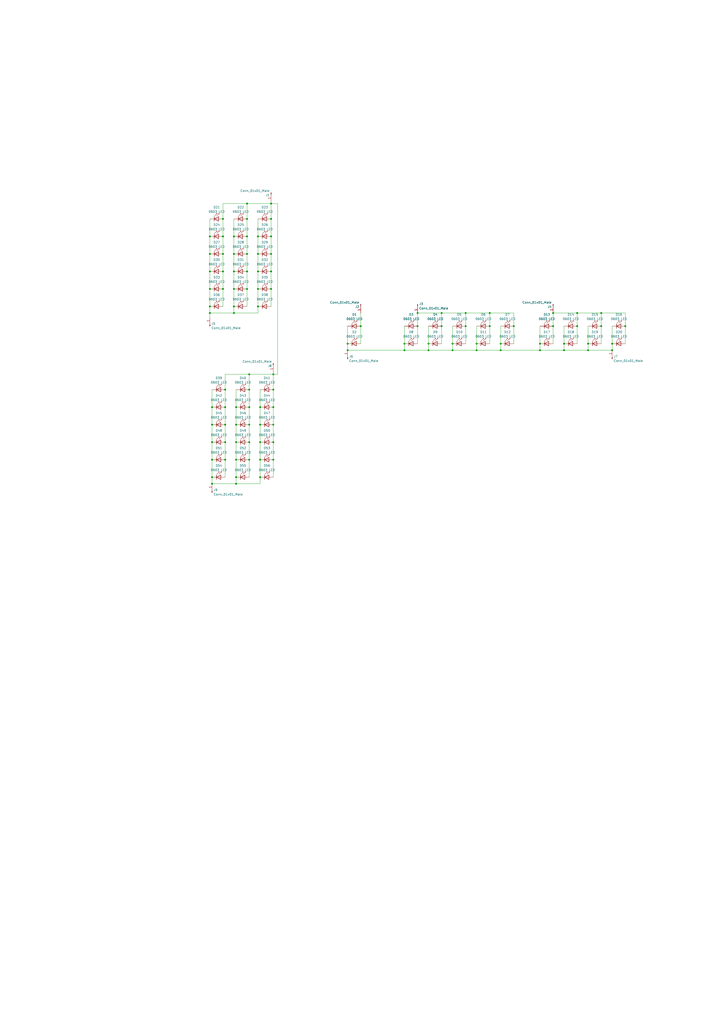
<source format=kicad_sch>
(kicad_sch (version 20211123) (generator eeschema)
  (paper "A2" portrait)
  (lib_symbols
    (symbol "Connector:Conn_01x01_Male" (pin_names (offset 1.016) hide)
      (property "Reference" "J" (at 0 2.54 0))
      (property "Value" "Conn_01x01_Male" (at 0 -2.54 0))
      (symbol "Conn_01x01_Male_1_1"
        (polyline (pts (xy 1.27 0) (xy 0.8636 0)) (stroke (width 0.1524)))
        (rectangle (start 0.8636 0.127) (end 0 -0.127) (stroke (width 0.1524)) (fill (type outline)))
        (pin passive line (at 5.08 0 180) (length 3.81) (name "Pin_1") (number "1"))
      )
    )
    (symbol "LED:IR204A" (pin_numbers hide) (pin_names (offset 1.016) hide)
      (property "Reference" "D" (at 0.508 1.778 0))
      (property "Value" "IR204A" (at -1.016 -2.794 0))
      (symbol "IR204A_0_1"
        (polyline (pts (xy -2.54 1.27) (xy -2.54 -1.27)) (stroke (width 0.254)))
        (polyline (pts (xy 0 0) (xy -2.54 0)))
        (polyline (pts (xy 0.381 3.175) (xy -0.127 3.175)))
        (polyline (pts (xy -1.143 1.651) (xy 0.381 3.175) (xy 0.381 2.667)))
        (polyline (pts (xy 0 1.27) (xy -2.54 0) (xy 0 -1.27) (xy 0 1.27)) (stroke (width 0.254)))
        (polyline (pts (xy -2.413 1.651) (xy -0.889 3.175) (xy -0.889 2.667) (xy -0.889 3.175) (xy -1.397 3.175)))
      )
      (symbol "IR204A_1_1"
        (pin passive line (at -5.08 0 0) (length 2.54) (name "K") (number "1"))
        (pin passive line (at 2.54 0 180) (length 2.54) (name "A") (number "2"))
      )
    )
  )
  (junction (at 144.78 236.22))
  (junction (at 135.89 181.61))
  (junction (at 144.78 266.7))
  (junction (at 144.78 217.17))
  (junction (at 123.19 266.7))
  (junction (at 137.16 276.86))
  (junction (at 130.81 226.06))
  (junction (at 341.63 199.39))
  (junction (at 121.92 181.61))
  (junction (at 149.86 147.32))
  (junction (at 157.48 137.16))
  (junction (at 149.86 177.8))
  (junction (at 130.81 256.54))
  (junction (at 130.81 236.22))
  (junction (at 143.51 157.48))
  (junction (at 135.89 147.32))
  (junction (at 201.93 203.2))
  (junction (at 135.89 137.16))
  (junction (at 335.28 189.23))
  (junction (at 130.81 246.38))
  (junction (at 144.78 246.38))
  (junction (at 137.16 280.67))
  (junction (at 341.63 203.2))
  (junction (at 158.75 256.54))
  (junction (at 151.13 246.38))
  (junction (at 143.51 147.32))
  (junction (at 313.69 203.2))
  (junction (at 129.54 137.16))
  (junction (at 158.75 226.06))
  (junction (at 321.31 189.23))
  (junction (at 123.19 256.54))
  (junction (at 256.54 189.23))
  (junction (at 284.48 181.61))
  (junction (at 137.16 246.38))
  (junction (at 349.25 181.61))
  (junction (at 158.75 217.17))
  (junction (at 290.83 199.39))
  (junction (at 248.92 203.2))
  (junction (at 135.89 167.64))
  (junction (at 123.19 236.22))
  (junction (at 123.19 246.38))
  (junction (at 327.66 199.39))
  (junction (at 298.45 189.23))
  (junction (at 157.48 127))
  (junction (at 157.48 157.48))
  (junction (at 151.13 236.22))
  (junction (at 121.92 147.32))
  (junction (at 135.89 177.8))
  (junction (at 242.57 181.61))
  (junction (at 313.69 199.39))
  (junction (at 201.93 199.39))
  (junction (at 157.48 167.64))
  (junction (at 335.28 181.61))
  (junction (at 270.51 189.23))
  (junction (at 123.19 280.67))
  (junction (at 284.48 189.23))
  (junction (at 157.48 118.11))
  (junction (at 321.31 181.61))
  (junction (at 276.86 199.39))
  (junction (at 262.89 203.2))
  (junction (at 121.92 157.48))
  (junction (at 327.66 203.2))
  (junction (at 158.75 236.22))
  (junction (at 256.54 181.61))
  (junction (at 121.92 167.64))
  (junction (at 137.16 266.7))
  (junction (at 290.83 203.2))
  (junction (at 151.13 256.54))
  (junction (at 158.75 246.38))
  (junction (at 149.86 167.64))
  (junction (at 129.54 147.32))
  (junction (at 129.54 157.48))
  (junction (at 121.92 137.16))
  (junction (at 270.51 181.61))
  (junction (at 144.78 226.06))
  (junction (at 234.95 199.39))
  (junction (at 209.55 189.23))
  (junction (at 137.16 256.54))
  (junction (at 157.48 147.32))
  (junction (at 135.89 157.48))
  (junction (at 151.13 266.7))
  (junction (at 242.57 189.23))
  (junction (at 137.16 236.22))
  (junction (at 151.13 276.86))
  (junction (at 143.51 167.64))
  (junction (at 363.22 189.23))
  (junction (at 248.92 199.39))
  (junction (at 143.51 137.16))
  (junction (at 143.51 127))
  (junction (at 355.6 199.39))
  (junction (at 144.78 256.54))
  (junction (at 149.86 157.48))
  (junction (at 349.25 189.23))
  (junction (at 149.86 137.16))
  (junction (at 123.19 276.86))
  (junction (at 158.75 266.7))
  (junction (at 143.51 118.11))
  (junction (at 234.95 203.2))
  (junction (at 121.92 177.8))
  (junction (at 129.54 167.64))
  (junction (at 129.54 127))
  (junction (at 130.81 266.7))
  (junction (at 276.86 203.2))
  (junction (at 355.6 203.2))
  (junction (at 262.89 199.39))
  (wire (pts (xy 135.89 157.48) (xy 135.89 167.64)))
  (wire (pts (xy 143.51 118.11) (xy 143.51 127)))
  (wire (pts (xy 290.83 199.39) (xy 290.83 203.2)))
  (wire (pts (xy 341.63 189.23) (xy 341.63 199.39)))
  (wire (pts (xy 123.19 226.06) (xy 123.19 236.22)))
  (wire (pts (xy 151.13 280.67) (xy 137.16 280.67)))
  (wire (pts (xy 143.51 137.16) (xy 143.51 147.32)))
  (wire (pts (xy 143.51 118.11) (xy 157.48 118.11)))
  (wire (pts (xy 143.51 147.32) (xy 143.51 157.48)))
  (wire (pts (xy 129.54 167.64) (xy 129.54 157.48)))
  (wire (pts (xy 137.16 236.22) (xy 137.16 246.38)))
  (wire (pts (xy 349.25 189.23) (xy 349.25 181.61)))
  (wire (pts (xy 144.78 217.17) (xy 144.78 226.06)))
  (wire (pts (xy 157.48 167.64) (xy 157.48 177.8)))
  (wire (pts (xy 321.31 189.23) (xy 321.31 181.61)))
  (wire (pts (xy 313.69 203.2) (xy 327.66 203.2)))
  (wire (pts (xy 341.63 199.39) (xy 341.63 203.2)))
  (wire (pts (xy 130.81 276.86) (xy 130.81 266.7)))
  (wire (pts (xy 123.19 266.7) (xy 123.19 276.86)))
  (wire (pts (xy 149.86 147.32) (xy 149.86 157.48)))
  (wire (pts (xy 157.48 137.16) (xy 157.48 147.32)))
  (wire (pts (xy 363.22 181.61) (xy 363.22 189.23)))
  (wire (pts (xy 284.48 189.23) (xy 284.48 199.39)))
  (wire (pts (xy 144.78 256.54) (xy 144.78 266.7)))
  (wire (pts (xy 137.16 226.06) (xy 137.16 236.22)))
  (wire (pts (xy 201.93 199.39) (xy 201.93 203.2)))
  (wire (pts (xy 201.93 189.23) (xy 201.93 199.39)))
  (wire (pts (xy 256.54 181.61) (xy 270.51 181.61)))
  (wire (pts (xy 321.31 199.39) (xy 321.31 189.23)))
  (wire (pts (xy 234.95 199.39) (xy 234.95 203.2)))
  (wire (pts (xy 270.51 181.61) (xy 270.51 189.23)))
  (wire (pts (xy 123.19 276.86) (xy 123.19 280.67)))
  (wire (pts (xy 335.28 189.23) (xy 335.28 199.39)))
  (wire (pts (xy 129.54 157.48) (xy 129.54 147.32)))
  (wire (pts (xy 262.89 189.23) (xy 262.89 199.39)))
  (wire (pts (xy 144.78 236.22) (xy 144.78 246.38)))
  (wire (pts (xy 341.63 203.2) (xy 355.6 203.2)))
  (wire (pts (xy 149.86 157.48) (xy 149.86 167.64)))
  (wire (pts (xy 121.92 167.64) (xy 121.92 177.8)))
  (wire (pts (xy 135.89 167.64) (xy 135.89 177.8)))
  (wire (pts (xy 144.78 226.06) (xy 144.78 236.22)))
  (wire (pts (xy 298.45 189.23) (xy 298.45 199.39)))
  (wire (pts (xy 130.81 266.7) (xy 130.81 256.54)))
  (wire (pts (xy 276.86 189.23) (xy 276.86 199.39)))
  (wire (pts (xy 130.81 256.54) (xy 130.81 246.38)))
  (wire (pts (xy 144.78 266.7) (xy 144.78 276.86)))
  (wire (pts (xy 248.92 203.2) (xy 262.89 203.2)))
  (wire (pts (xy 123.19 246.38) (xy 123.19 256.54)))
  (wire (pts (xy 276.86 203.2) (xy 290.83 203.2)))
  (wire (pts (xy 284.48 181.61) (xy 298.45 181.61)))
  (wire (pts (xy 137.16 266.7) (xy 137.16 276.86)))
  (wire (pts (xy 123.19 236.22) (xy 123.19 246.38)))
  (wire (pts (xy 130.81 246.38) (xy 130.81 236.22)))
  (wire (pts (xy 242.57 181.61) (xy 256.54 181.61)))
  (wire (pts (xy 137.16 256.54) (xy 137.16 266.7)))
  (wire (pts (xy 161.29 217.17) (xy 161.29 118.11)))
  (wire (pts (xy 129.54 177.8) (xy 129.54 167.64)))
  (wire (pts (xy 135.89 181.61) (xy 121.92 181.61)))
  (wire (pts (xy 121.92 177.8) (xy 121.92 181.61)))
  (wire (pts (xy 234.95 203.2) (xy 248.92 203.2)))
  (wire (pts (xy 151.13 246.38) (xy 151.13 256.54)))
  (wire (pts (xy 151.13 276.86) (xy 151.13 280.67)))
  (wire (pts (xy 313.69 189.23) (xy 313.69 199.39)))
  (wire (pts (xy 157.48 147.32) (xy 157.48 157.48)))
  (wire (pts (xy 135.89 127) (xy 135.89 137.16)))
  (wire (pts (xy 248.92 189.23) (xy 248.92 199.39)))
  (wire (pts (xy 130.81 236.22) (xy 130.81 226.06)))
  (wire (pts (xy 157.48 116.84) (xy 157.48 118.11)))
  (wire (pts (xy 256.54 189.23) (xy 256.54 199.39)))
  (wire (pts (xy 276.86 199.39) (xy 276.86 203.2)))
  (wire (pts (xy 201.93 203.2) (xy 234.95 203.2)))
  (wire (pts (xy 149.86 127) (xy 149.86 137.16)))
  (wire (pts (xy 313.69 199.39) (xy 313.69 203.2)))
  (wire (pts (xy 151.13 236.22) (xy 151.13 246.38)))
  (wire (pts (xy 157.48 157.48) (xy 157.48 167.64)))
  (wire (pts (xy 149.86 181.61) (xy 135.89 181.61)))
  (wire (pts (xy 135.89 147.32) (xy 135.89 157.48)))
  (wire (pts (xy 209.55 199.39) (xy 209.55 189.23)))
  (wire (pts (xy 158.75 246.38) (xy 158.75 256.54)))
  (wire (pts (xy 242.57 189.23) (xy 242.57 181.61)))
  (wire (pts (xy 157.48 127) (xy 157.48 137.16)))
  (wire (pts (xy 143.51 167.64) (xy 143.51 177.8)))
  (wire (pts (xy 355.6 203.2) (xy 355.6 199.39)))
  (wire (pts (xy 130.81 226.06) (xy 130.81 217.17)))
  (wire (pts (xy 262.89 203.2) (xy 276.86 203.2)))
  (wire (pts (xy 121.92 147.32) (xy 121.92 157.48)))
  (wire (pts (xy 158.75 236.22) (xy 158.75 246.38)))
  (wire (pts (xy 121.92 137.16) (xy 121.92 147.32)))
  (wire (pts (xy 158.75 215.9) (xy 158.75 217.17)))
  (wire (pts (xy 130.81 217.17) (xy 144.78 217.17)))
  (wire (pts (xy 335.28 181.61) (xy 349.25 181.61)))
  (wire (pts (xy 327.66 199.39) (xy 327.66 203.2)))
  (wire (pts (xy 327.66 189.23) (xy 327.66 199.39)))
  (wire (pts (xy 135.89 137.16) (xy 135.89 147.32)))
  (wire (pts (xy 129.54 118.11) (xy 143.51 118.11)))
  (wire (pts (xy 248.92 199.39) (xy 248.92 203.2)))
  (wire (pts (xy 149.86 137.16) (xy 149.86 147.32)))
  (wire (pts (xy 262.89 199.39) (xy 262.89 203.2)))
  (wire (pts (xy 298.45 181.61) (xy 298.45 189.23)))
  (wire (pts (xy 242.57 189.23) (xy 242.57 199.39)))
  (wire (pts (xy 151.13 226.06) (xy 151.13 236.22)))
  (wire (pts (xy 144.78 217.17) (xy 158.75 217.17)))
  (wire (pts (xy 349.25 189.23) (xy 349.25 199.39)))
  (wire (pts (xy 290.83 203.2) (xy 313.69 203.2)))
  (wire (pts (xy 158.75 226.06) (xy 158.75 236.22)))
  (wire (pts (xy 158.75 217.17) (xy 161.29 217.17)))
  (wire (pts (xy 158.75 266.7) (xy 158.75 276.86)))
  (wire (pts (xy 355.6 189.23) (xy 355.6 199.39)))
  (wire (pts (xy 121.92 181.61) (xy 121.92 184.15)))
  (wire (pts (xy 284.48 181.61) (xy 284.48 189.23)))
  (wire (pts (xy 129.54 127) (xy 129.54 118.11)))
  (wire (pts (xy 149.86 167.64) (xy 149.86 177.8)))
  (wire (pts (xy 321.31 181.61) (xy 335.28 181.61)))
  (wire (pts (xy 137.16 280.67) (xy 123.19 280.67)))
  (wire (pts (xy 129.54 137.16) (xy 129.54 127)))
  (wire (pts (xy 363.22 199.39) (xy 363.22 189.23)))
  (wire (pts (xy 161.29 118.11) (xy 157.48 118.11)))
  (wire (pts (xy 121.92 127) (xy 121.92 137.16)))
  (wire (pts (xy 335.28 181.61) (xy 335.28 189.23)))
  (wire (pts (xy 137.16 276.86) (xy 137.16 280.67)))
  (wire (pts (xy 290.83 189.23) (xy 290.83 199.39)))
  (wire (pts (xy 209.55 181.61) (xy 209.55 189.23)))
  (wire (pts (xy 135.89 177.8) (xy 135.89 181.61)))
  (wire (pts (xy 121.92 157.48) (xy 121.92 167.64)))
  (wire (pts (xy 151.13 256.54) (xy 151.13 266.7)))
  (wire (pts (xy 157.48 118.11) (xy 157.48 127)))
  (wire (pts (xy 234.95 189.23) (xy 234.95 199.39)))
  (wire (pts (xy 137.16 246.38) (xy 137.16 256.54)))
  (wire (pts (xy 158.75 256.54) (xy 158.75 266.7)))
  (wire (pts (xy 270.51 189.23) (xy 270.51 199.39)))
  (wire (pts (xy 158.75 217.17) (xy 158.75 226.06)))
  (wire (pts (xy 123.19 256.54) (xy 123.19 266.7)))
  (wire (pts (xy 143.51 157.48) (xy 143.51 167.64)))
  (wire (pts (xy 129.54 147.32) (xy 129.54 137.16)))
  (wire (pts (xy 143.51 127) (xy 143.51 137.16)))
  (wire (pts (xy 270.51 181.61) (xy 284.48 181.61)))
  (wire (pts (xy 349.25 181.61) (xy 363.22 181.61)))
  (wire (pts (xy 151.13 266.7) (xy 151.13 276.86)))
  (wire (pts (xy 327.66 203.2) (xy 341.63 203.2)))
  (wire (pts (xy 149.86 177.8) (xy 149.86 181.61)))
  (wire (pts (xy 144.78 246.38) (xy 144.78 256.54)))
  (wire (pts (xy 256.54 181.61) (xy 256.54 189.23)))
  (symbol (lib_id "LED:IR204A") (at 140.97 147.32 0) (unit 1)
    (property "Reference" "D28" (at 139.827 140.5722 0))
    (property "Value" "0603 LED" (at 139.827 143.1091 0))
    (property "Footprint" "LED_SMD:LED_0603_1608Metric_Pad1.05x0.95mm_HandSolder" (effects hide))
  )
  (symbol (lib_id "Connector:Conn_01x01_Male") (at 201.93 208.28 90) (unit 1)
    (property "Reference" "J6" (at 202.7682 206.8103 90) (effects (justify right)))
    (property "Value" "Conn_01x01_Male" (at 202.7682 209.3472 90) (effects (justify right)))
    (property "Footprint" "Connector_PinHeader_2.54mm:PinHeader_1x01_P2.54mm_Vertical" (effects hide))
  )
  (symbol (lib_id "LED:IR204A") (at 128.27 276.86 0) (unit 1)
    (property "Reference" "D54" (at 127.127 270.1122 0))
    (property "Value" "0603 LED" (at 127.127 272.6491 0))
    (property "Footprint" "LED_SMD:LED_0603_1608Metric_Pad1.05x0.95mm_HandSolder" (effects hide))
  )
  (symbol (lib_id "Connector:Conn_01x01_Male") (at 123.19 285.75 90) (unit 1)
    (property "Reference" "J9" (at 124.0282 284.2803 90) (effects (justify right)))
    (property "Value" "Conn_01x01_Male" (at 124.0282 286.8172 90) (effects (justify right)))
    (property "Footprint" "Connector_PinHeader_2.54mm:PinHeader_1x01_P2.54mm_Vertical" (effects hide))
  )
  (symbol (lib_id "LED:IR204A") (at 156.21 256.54 0) (unit 1)
    (property "Reference" "D50" (at 155.067 249.7922 0))
    (property "Value" "0603 LED" (at 155.067 252.3291 0))
    (property "Footprint" "LED_SMD:LED_0603_1608Metric_Pad1.05x0.95mm_HandSolder" (effects hide))
  )
  (symbol (lib_id "Connector:Conn_01x01_Male") (at 158.75 210.82 270) (unit 1)
    (property "Reference" "J8" (at 157.9118 212.2897 90) (effects (justify right)))
    (property "Value" "Conn_01x01_Male" (at 157.9118 209.7528 90) (effects (justify right)))
    (property "Footprint" "Connector_PinHeader_2.54mm:PinHeader_1x01_P2.54mm_Vertical" (effects hide))
  )
  (symbol (lib_id "LED:IR204A") (at 128.27 256.54 0) (unit 1)
    (property "Reference" "D48" (at 127.127 249.7922 0))
    (property "Value" "0603 LED" (at 127.127 252.3291 0))
    (property "Footprint" "LED_SMD:LED_0603_1608Metric_Pad1.05x0.95mm_HandSolder" (effects hide))
  )
  (symbol (lib_id "Connector:Conn_01x01_Male") (at 242.57 176.53 270) (unit 1)
    (property "Reference" "J3" (at 243.4082 176.3303 90) (effects (justify left)))
    (property "Value" "Conn_01x01_Male" (at 243.4082 178.8672 90) (effects (justify left)))
    (property "Footprint" "Connector_PinHeader_2.54mm:PinHeader_1x01_P2.54mm_Vertical" (effects hide))
  )
  (symbol (lib_id "LED:IR204A") (at 267.97 189.23 0) (unit 1)
    (property "Reference" "D5" (at 266.827 182.4822 0))
    (property "Value" "0603 LED" (at 266.827 185.0191 0))
    (property "Footprint" "LED_SMD:LED_0603_1608Metric_Pad1.05x0.95mm_HandSolder" (effects hide))
  )
  (symbol (lib_id "LED:IR204A") (at 240.03 189.23 0) (unit 1)
    (property "Reference" "D3" (at 238.887 182.4822 0))
    (property "Value" "0603 LED" (at 238.887 185.0191 0))
    (property "Footprint" "LED_SMD:LED_0603_1608Metric_Pad1.05x0.95mm_HandSolder" (effects hide))
  )
  (symbol (lib_id "LED:IR204A") (at 140.97 167.64 0) (unit 1)
    (property "Reference" "D34" (at 139.827 160.8922 0))
    (property "Value" "0603 LED" (at 139.827 163.4291 0))
    (property "Footprint" "LED_SMD:LED_0603_1608Metric_Pad1.05x0.95mm_HandSolder" (effects hide))
  )
  (symbol (lib_id "LED:IR204A") (at 332.74 189.23 0) (unit 1)
    (property "Reference" "D14" (at 331.597 182.4822 0))
    (property "Value" "0603 LED" (at 331.597 185.0191 0))
    (property "Footprint" "LED_SMD:LED_0603_1608Metric_Pad1.05x0.95mm_HandSolder" (effects hide))
  )
  (symbol (lib_id "LED:IR204A") (at 318.77 189.23 0) (unit 1)
    (property "Reference" "D13" (at 317.627 182.4822 0))
    (property "Value" "0603 LED" (at 317.627 185.0191 0))
    (property "Footprint" "LED_SMD:LED_0603_1608Metric_Pad1.05x0.95mm_HandSolder" (effects hide))
  )
  (symbol (lib_id "LED:IR204A") (at 127 167.64 0) (unit 1)
    (property "Reference" "D33" (at 125.857 160.8922 0))
    (property "Value" "0603 LED" (at 125.857 163.4291 0))
    (property "Footprint" "LED_SMD:LED_0603_1608Metric_Pad1.05x0.95mm_HandSolder" (effects hide))
  )
  (symbol (lib_id "LED:IR204A") (at 332.74 199.39 0) (unit 1)
    (property "Reference" "D18" (at 331.597 192.6422 0))
    (property "Value" "0603 LED" (at 331.597 195.1791 0))
    (property "Footprint" "LED_SMD:LED_0603_1608Metric_Pad1.05x0.95mm_HandSolder" (effects hide))
  )
  (symbol (lib_id "LED:IR204A") (at 142.24 236.22 0) (unit 1)
    (property "Reference" "D43" (at 141.097 229.4722 0))
    (property "Value" "0603 LED" (at 141.097 232.0091 0))
    (property "Footprint" "LED_SMD:LED_0603_1608Metric_Pad1.05x0.95mm_HandSolder" (effects hide))
  )
  (symbol (lib_id "LED:IR204A") (at 156.21 226.06 0) (unit 1)
    (property "Reference" "D41" (at 155.067 219.3122 0))
    (property "Value" "0603 LED" (at 155.067 221.8491 0))
    (property "Footprint" "LED_SMD:LED_0603_1608Metric_Pad1.05x0.95mm_HandSolder" (effects hide))
  )
  (symbol (lib_id "LED:IR204A") (at 140.97 127 0) (unit 1)
    (property "Reference" "D22" (at 139.827 120.2522 0))
    (property "Value" "0603 LED" (at 139.827 122.7891 0))
    (property "Footprint" "LED_SMD:LED_0603_1608Metric_Pad1.05x0.95mm_HandSolder" (effects hide))
  )
  (symbol (lib_id "LED:IR204A") (at 254 199.39 0) (unit 1)
    (property "Reference" "D9" (at 252.857 192.6422 0))
    (property "Value" "0603 LED" (at 252.857 195.1791 0))
    (property "Footprint" "LED_SMD:LED_0603_1608Metric_Pad1.05x0.95mm_HandSolder" (effects hide))
  )
  (symbol (lib_id "LED:IR204A") (at 127 177.8 0) (unit 1)
    (property "Reference" "D36" (at 125.857 171.0522 0))
    (property "Value" "0603 LED" (at 125.857 173.5891 0))
    (property "Footprint" "LED_SMD:LED_0603_1608Metric_Pad1.05x0.95mm_HandSolder" (effects hide))
  )
  (symbol (lib_id "LED:IR204A") (at 154.94 147.32 0) (unit 1)
    (property "Reference" "D29" (at 153.797 140.5722 0))
    (property "Value" "0603 LED" (at 153.797 143.1091 0))
    (property "Footprint" "LED_SMD:LED_0603_1608Metric_Pad1.05x0.95mm_HandSolder" (effects hide))
  )
  (symbol (lib_id "Connector:Conn_01x01_Male") (at 157.48 111.76 270) (unit 1)
    (property "Reference" "J1" (at 156.6418 113.2297 90) (effects (justify right)))
    (property "Value" "Conn_01x01_Male" (at 156.6418 110.6928 90) (effects (justify right)))
    (property "Footprint" "Connector_PinHeader_2.54mm:PinHeader_1x01_P2.54mm_Vertical" (effects hide))
  )
  (symbol (lib_id "LED:IR204A") (at 360.68 199.39 0) (unit 1)
    (property "Reference" "D20" (at 359.537 192.6422 0))
    (property "Value" "0603 LED" (at 359.537 195.1791 0))
    (property "Footprint" "LED_SMD:LED_0603_1608Metric_Pad1.05x0.95mm_HandSolder" (effects hide))
  )
  (symbol (lib_id "LED:IR204A") (at 154.94 177.8 0) (unit 1)
    (property "Reference" "D38" (at 153.797 171.0522 0))
    (property "Value" "0603 LED" (at 153.797 173.5891 0))
    (property "Footprint" "LED_SMD:LED_0603_1608Metric_Pad1.05x0.95mm_HandSolder" (effects hide))
  )
  (symbol (lib_id "LED:IR204A") (at 318.77 199.39 0) (unit 1)
    (property "Reference" "D17" (at 317.627 192.6422 0))
    (property "Value" "0603 LED" (at 317.627 195.1791 0))
    (property "Footprint" "LED_SMD:LED_0603_1608Metric_Pad1.05x0.95mm_HandSolder" (effects hide))
  )
  (symbol (lib_id "LED:IR204A") (at 142.24 226.06 0) (unit 1)
    (property "Reference" "D40" (at 141.097 219.3122 0))
    (property "Value" "0603 LED" (at 141.097 221.8491 0))
    (property "Footprint" "LED_SMD:LED_0603_1608Metric_Pad1.05x0.95mm_HandSolder" (effects hide))
  )
  (symbol (lib_id "LED:IR204A") (at 140.97 137.16 0) (unit 1)
    (property "Reference" "D25" (at 139.827 130.4122 0))
    (property "Value" "0603 LED" (at 139.827 132.9491 0))
    (property "Footprint" "LED_SMD:LED_0603_1608Metric_Pad1.05x0.95mm_HandSolder" (effects hide))
  )
  (symbol (lib_id "LED:IR204A") (at 154.94 157.48 0) (unit 1)
    (property "Reference" "D32" (at 153.797 150.7322 0))
    (property "Value" "0603 LED" (at 153.797 153.2691 0))
    (property "Footprint" "LED_SMD:LED_0603_1608Metric_Pad1.05x0.95mm_HandSolder" (effects hide))
  )
  (symbol (lib_id "LED:IR204A") (at 154.94 167.64 0) (unit 1)
    (property "Reference" "D35" (at 153.797 160.8922 0))
    (property "Value" "0603 LED" (at 153.797 163.4291 0))
    (property "Footprint" "LED_SMD:LED_0603_1608Metric_Pad1.05x0.95mm_HandSolder" (effects hide))
  )
  (symbol (lib_id "LED:IR204A") (at 128.27 246.38 0) (unit 1)
    (property "Reference" "D45" (at 127.127 239.6322 0))
    (property "Value" "0603 LED" (at 127.127 242.1691 0))
    (property "Footprint" "LED_SMD:LED_0603_1608Metric_Pad1.05x0.95mm_HandSolder" (effects hide))
  )
  (symbol (lib_id "LED:IR204A") (at 346.71 189.23 0) (unit 1)
    (property "Reference" "D15" (at 345.567 182.4822 0))
    (property "Value" "0603 LED" (at 345.567 185.0191 0))
    (property "Footprint" "LED_SMD:LED_0603_1608Metric_Pad1.05x0.95mm_HandSolder" (effects hide))
  )
  (symbol (lib_id "LED:IR204A") (at 360.68 189.23 0) (unit 1)
    (property "Reference" "D16" (at 359.537 182.4822 0))
    (property "Value" "0603 LED" (at 359.537 185.0191 0))
    (property "Footprint" "LED_SMD:LED_0603_1608Metric_Pad1.05x0.95mm_HandSolder" (effects hide))
  )
  (symbol (lib_id "LED:IR204A") (at 127 137.16 0) (unit 1)
    (property "Reference" "D24" (at 125.857 130.4122 0))
    (property "Value" "0603 LED" (at 125.857 132.9491 0))
    (property "Footprint" "LED_SMD:LED_0603_1608Metric_Pad1.05x0.95mm_HandSolder" (effects hide))
  )
  (symbol (lib_id "Connector:Conn_01x01_Male") (at 121.92 189.23 90) (unit 1)
    (property "Reference" "J5" (at 122.7582 187.7603 90) (effects (justify right)))
    (property "Value" "Conn_01x01_Male" (at 122.7582 190.2972 90) (effects (justify right)))
    (property "Footprint" "Connector_PinHeader_2.54mm:PinHeader_1x01_P2.54mm_Vertical" (effects hide))
  )
  (symbol (lib_id "LED:IR204A") (at 142.24 256.54 0) (unit 1)
    (property "Reference" "D49" (at 141.097 249.7922 0))
    (property "Value" "0603 LED" (at 141.097 252.3291 0))
    (property "Footprint" "LED_SMD:LED_0603_1608Metric_Pad1.05x0.95mm_HandSolder" (effects hide))
  )
  (symbol (lib_id "LED:IR204A") (at 267.97 199.39 0) (unit 1)
    (property "Reference" "D10" (at 266.827 192.6422 0))
    (property "Value" "0603 LED" (at 266.827 195.1791 0))
    (property "Footprint" "LED_SMD:LED_0603_1608Metric_Pad1.05x0.95mm_HandSolder" (effects hide))
  )
  (symbol (lib_id "LED:IR204A") (at 295.91 199.39 0) (unit 1)
    (property "Reference" "D12" (at 294.767 192.6422 0))
    (property "Value" "0603 LED" (at 294.767 195.1791 0))
    (property "Footprint" "LED_SMD:LED_0603_1608Metric_Pad1.05x0.95mm_HandSolder" (effects hide))
  )
  (symbol (lib_id "LED:IR204A") (at 127 127 0) (unit 1)
    (property "Reference" "D21" (at 125.857 120.2522 0))
    (property "Value" "0603 LED" (at 125.857 122.7891 0))
    (property "Footprint" "LED_SMD:LED_0603_1608Metric_Pad1.05x0.95mm_HandSolder" (effects hide))
  )
  (symbol (lib_id "LED:IR204A") (at 128.27 226.06 0) (unit 1)
    (property "Reference" "D39" (at 127.127 219.3122 0))
    (property "Value" "0603 LED" (at 127.127 221.8491 0))
    (property "Footprint" "LED_SMD:LED_0603_1608Metric_Pad1.05x0.95mm_HandSolder" (effects hide))
  )
  (symbol (lib_id "LED:IR204A") (at 140.97 177.8 0) (unit 1)
    (property "Reference" "D37" (at 139.827 171.0522 0))
    (property "Value" "0603 LED" (at 139.827 173.5891 0))
    (property "Footprint" "LED_SMD:LED_0603_1608Metric_Pad1.05x0.95mm_HandSolder" (effects hide))
  )
  (symbol (lib_id "Connector:Conn_01x01_Male") (at 355.6 208.28 90) (unit 1)
    (property "Reference" "J7" (at 356.4382 206.8103 90) (effects (justify right)))
    (property "Value" "Conn_01x01_Male" (at 356.4382 209.3472 90) (effects (justify right)))
    (property "Footprint" "Connector_PinHeader_2.54mm:PinHeader_1x01_P2.54mm_Vertical" (effects hide))
  )
  (symbol (lib_id "Connector:Conn_01x01_Male") (at 321.31 176.53 270) (unit 1)
    (property "Reference" "J4" (at 320.4718 177.9997 90) (effects (justify right)))
    (property "Value" "Conn_01x01_Male" (at 320.4718 175.4628 90) (effects (justify right)))
    (property "Footprint" "Connector_PinHeader_2.54mm:PinHeader_1x01_P2.54mm_Vertical" (effects hide))
  )
  (symbol (lib_id "LED:IR204A") (at 207.01 199.39 0) (unit 1)
    (property "Reference" "D2" (at 205.867 192.6422 0))
    (property "Value" "0603 LED" (at 205.867 195.1791 0))
    (property "Footprint" "LED_SMD:LED_0603_1608Metric_Pad1.05x0.95mm_HandSolder" (effects hide))
  )
  (symbol (lib_id "LED:IR204A") (at 156.21 246.38 0) (unit 1)
    (property "Reference" "D47" (at 155.067 239.6322 0))
    (property "Value" "0603 LED" (at 155.067 242.1691 0))
    (property "Footprint" "LED_SMD:LED_0603_1608Metric_Pad1.05x0.95mm_HandSolder" (effects hide))
  )
  (symbol (lib_id "Connector:Conn_01x01_Male") (at 209.55 176.53 270) (unit 1)
    (property "Reference" "J2" (at 208.7118 177.9997 90) (effects (justify right)))
    (property "Value" "Conn_01x01_Male" (at 208.7118 175.4628 90) (effects (justify right)))
    (property "Footprint" "Connector_PinHeader_2.54mm:PinHeader_1x01_P2.54mm_Vertical" (effects hide))
  )
  (symbol (lib_id "LED:IR204A") (at 142.24 266.7 0) (unit 1)
    (property "Reference" "D52" (at 141.097 259.9522 0))
    (property "Value" "0603 LED" (at 141.097 262.4891 0))
    (property "Footprint" "LED_SMD:LED_0603_1608Metric_Pad1.05x0.95mm_HandSolder" (effects hide))
  )
  (symbol (lib_id "LED:IR204A") (at 295.91 189.23 0) (unit 1)
    (property "Reference" "D7" (at 294.767 182.4822 0))
    (property "Value" "0603 LED" (at 294.767 185.0191 0))
    (property "Footprint" "LED_SMD:LED_0603_1608Metric_Pad1.05x0.95mm_HandSolder" (effects hide))
  )
  (symbol (lib_id "LED:IR204A") (at 128.27 266.7 0) (unit 1)
    (property "Reference" "D51" (at 127.127 259.9522 0))
    (property "Value" "0603 LED" (at 127.127 262.4891 0))
    (property "Footprint" "LED_SMD:LED_0603_1608Metric_Pad1.05x0.95mm_HandSolder" (effects hide))
  )
  (symbol (lib_id "LED:IR204A") (at 140.97 157.48 0) (unit 1)
    (property "Reference" "D31" (at 139.827 150.7322 0))
    (property "Value" "0603 LED" (at 139.827 153.2691 0))
    (property "Footprint" "LED_SMD:LED_0603_1608Metric_Pad1.05x0.95mm_HandSolder" (effects hide))
  )
  (symbol (lib_id "LED:IR204A") (at 142.24 246.38 0) (unit 1)
    (property "Reference" "D46" (at 141.097 239.6322 0))
    (property "Value" "0603 LED" (at 141.097 242.1691 0))
    (property "Footprint" "LED_SMD:LED_0603_1608Metric_Pad1.05x0.95mm_HandSolder" (effects hide))
  )
  (symbol (lib_id "LED:IR204A") (at 207.01 189.23 0) (unit 1)
    (property "Reference" "D1" (at 205.867 182.4822 0))
    (property "Value" "0603 LED" (at 205.867 185.0191 0))
    (property "Footprint" "LED_SMD:LED_0603_1608Metric_Pad1.05x0.95mm_HandSolder" (effects hide))
  )
  (symbol (lib_id "LED:IR204A") (at 154.94 137.16 0) (unit 1)
    (property "Reference" "D26" (at 153.797 130.4122 0))
    (property "Value" "0603 LED" (at 153.797 132.9491 0))
    (property "Footprint" "LED_SMD:LED_0603_1608Metric_Pad1.05x0.95mm_HandSolder" (effects hide))
  )
  (symbol (lib_id "LED:IR204A") (at 127 157.48 0) (unit 1)
    (property "Reference" "D30" (at 125.857 150.7322 0))
    (property "Value" "0603 LED" (at 125.857 153.2691 0))
    (property "Footprint" "LED_SMD:LED_0603_1608Metric_Pad1.05x0.95mm_HandSolder" (effects hide))
  )
  (symbol (lib_id "LED:IR204A") (at 156.21 276.86 0) (unit 1)
    (property "Reference" "D56" (at 155.067 270.1122 0))
    (property "Value" "0603 LED" (at 155.067 272.6491 0))
    (property "Footprint" "LED_SMD:LED_0603_1608Metric_Pad1.05x0.95mm_HandSolder" (effects hide))
  )
  (symbol (lib_id "LED:IR204A") (at 254 189.23 0) (unit 1)
    (property "Reference" "D4" (at 252.857 182.4822 0))
    (property "Value" "0603 LED" (at 252.857 185.0191 0))
    (property "Footprint" "LED_SMD:LED_0603_1608Metric_Pad1.05x0.95mm_HandSolder" (effects hide))
  )
  (symbol (lib_id "LED:IR204A") (at 240.03 199.39 0) (unit 1)
    (property "Reference" "D8" (at 238.887 192.6422 0))
    (property "Value" "0603 LED" (at 238.887 195.1791 0))
    (property "Footprint" "LED_SMD:LED_0603_1608Metric_Pad1.05x0.95mm_HandSolder" (effects hide))
  )
  (symbol (lib_id "LED:IR204A") (at 156.21 236.22 0) (unit 1)
    (property "Reference" "D44" (at 155.067 229.4722 0))
    (property "Value" "0603 LED" (at 155.067 232.0091 0))
    (property "Footprint" "LED_SMD:LED_0603_1608Metric_Pad1.05x0.95mm_HandSolder" (effects hide))
  )
  (symbol (lib_id "LED:IR204A") (at 281.94 199.39 0) (unit 1)
    (property "Reference" "D11" (at 280.797 192.6422 0))
    (property "Value" "0603 LED" (at 280.797 195.1791 0))
    (property "Footprint" "LED_SMD:LED_0603_1608Metric_Pad1.05x0.95mm_HandSolder" (effects hide))
  )
  (symbol (lib_id "LED:IR204A") (at 142.24 276.86 0) (unit 1)
    (property "Reference" "D55" (at 141.097 270.1122 0))
    (property "Value" "0603 LED" (at 141.097 272.6491 0))
    (property "Footprint" "LED_SMD:LED_0603_1608Metric_Pad1.05x0.95mm_HandSolder" (effects hide))
  )
  (symbol (lib_id "LED:IR204A") (at 156.21 266.7 0) (unit 1)
    (property "Reference" "D53" (at 155.067 259.9522 0))
    (property "Value" "0603 LED" (at 155.067 262.4891 0))
    (property "Footprint" "LED_SMD:LED_0603_1608Metric_Pad1.05x0.95mm_HandSolder" (effects hide))
  )
  (symbol (lib_id "LED:IR204A") (at 127 147.32 0) (unit 1)
    (property "Reference" "D27" (at 125.857 140.5722 0))
    (property "Value" "0603 LED" (at 125.857 143.1091 0))
    (property "Footprint" "LED_SMD:LED_0603_1608Metric_Pad1.05x0.95mm_HandSolder" (effects hide))
  )
  (symbol (lib_id "LED:IR204A") (at 346.71 199.39 0) (unit 1)
    (property "Reference" "D19" (at 345.567 192.6422 0))
    (property "Value" "0603 LED" (at 345.567 195.1791 0))
    (property "Footprint" "LED_SMD:LED_0603_1608Metric_Pad1.05x0.95mm_HandSolder" (effects hide))
  )
  (symbol (lib_id "LED:IR204A") (at 281.94 189.23 0) (unit 1)
    (property "Reference" "D6" (at 280.797 182.4822 0))
    (property "Value" "0603 LED" (at 280.797 185.0191 0))
    (property "Footprint" "LED_SMD:LED_0603_1608Metric_Pad1.05x0.95mm_HandSolder" (effects hide))
  )
  (symbol (lib_id "LED:IR204A") (at 128.27 236.22 0) (unit 1)
    (property "Reference" "D42" (at 127.127 229.4722 0))
    (property "Value" "0603 LED" (at 127.127 232.0091 0))
    (property "Footprint" "LED_SMD:LED_0603_1608Metric_Pad1.05x0.95mm_HandSolder" (effects hide))
  )
  (symbol (lib_id "LED:IR204A") (at 154.94 127 0) (unit 1)
    (property "Reference" "D23" (at 153.797 120.2522 0))
    (property "Value" "0603 LED" (at 153.797 122.7891 0))
    (property "Footprint" "LED_SMD:LED_0603_1608Metric_Pad1.05x0.95mm_HandSolder" (effects hide))
  )
)
</source>
